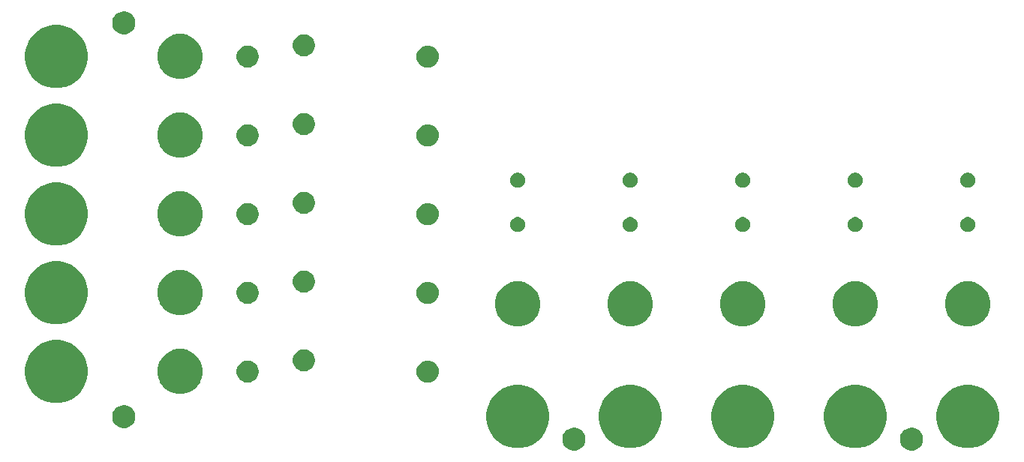
<source format=gbr>
G04 #@! TF.GenerationSoftware,KiCad,Pcbnew,(5.1.4)-1*
G04 #@! TF.CreationDate,2019-09-01T08:56:02+10:00*
G04 #@! TF.ProjectId,RGB BNC,52474220-424e-4432-9e6b-696361645f70,rev?*
G04 #@! TF.SameCoordinates,Original*
G04 #@! TF.FileFunction,Soldermask,Bot*
G04 #@! TF.FilePolarity,Negative*
%FSLAX46Y46*%
G04 Gerber Fmt 4.6, Leading zero omitted, Abs format (unit mm)*
G04 Created by KiCad (PCBNEW (5.1.4)-1) date 2019-09-01 08:56:02*
%MOMM*%
%LPD*%
G04 APERTURE LIST*
%ADD10C,0.100000*%
G04 APERTURE END LIST*
D10*
G36*
X155319487Y-121938996D02*
G01*
X155556253Y-122037068D01*
X155556255Y-122037069D01*
X155660142Y-122106484D01*
X155769339Y-122179447D01*
X155950553Y-122360661D01*
X156092932Y-122573747D01*
X156191004Y-122810513D01*
X156241000Y-123061861D01*
X156241000Y-123318139D01*
X156191004Y-123569487D01*
X156147435Y-123674671D01*
X156092931Y-123806255D01*
X155950553Y-124019339D01*
X155769339Y-124200553D01*
X155556255Y-124342931D01*
X155556254Y-124342932D01*
X155556253Y-124342932D01*
X155319487Y-124441004D01*
X155068139Y-124491000D01*
X154811861Y-124491000D01*
X154560513Y-124441004D01*
X154323747Y-124342932D01*
X154323746Y-124342932D01*
X154323745Y-124342931D01*
X154110661Y-124200553D01*
X153929447Y-124019339D01*
X153787069Y-123806255D01*
X153732565Y-123674671D01*
X153688996Y-123569487D01*
X153639000Y-123318139D01*
X153639000Y-123061861D01*
X153688996Y-122810513D01*
X153787068Y-122573747D01*
X153929447Y-122360661D01*
X154110661Y-122179447D01*
X154219858Y-122106484D01*
X154323745Y-122037069D01*
X154323747Y-122037068D01*
X154560513Y-121938996D01*
X154811861Y-121889000D01*
X155068139Y-121889000D01*
X155319487Y-121938996D01*
X155319487Y-121938996D01*
G37*
G36*
X117219487Y-121938996D02*
G01*
X117456253Y-122037068D01*
X117456255Y-122037069D01*
X117560142Y-122106484D01*
X117669339Y-122179447D01*
X117850553Y-122360661D01*
X117992932Y-122573747D01*
X118091004Y-122810513D01*
X118141000Y-123061861D01*
X118141000Y-123318139D01*
X118091004Y-123569487D01*
X118047435Y-123674671D01*
X117992931Y-123806255D01*
X117850553Y-124019339D01*
X117669339Y-124200553D01*
X117456255Y-124342931D01*
X117456254Y-124342932D01*
X117456253Y-124342932D01*
X117219487Y-124441004D01*
X116968139Y-124491000D01*
X116711861Y-124491000D01*
X116460513Y-124441004D01*
X116223747Y-124342932D01*
X116223746Y-124342932D01*
X116223745Y-124342931D01*
X116010661Y-124200553D01*
X115829447Y-124019339D01*
X115687069Y-123806255D01*
X115632565Y-123674671D01*
X115588996Y-123569487D01*
X115539000Y-123318139D01*
X115539000Y-123061861D01*
X115588996Y-122810513D01*
X115687068Y-122573747D01*
X115829447Y-122360661D01*
X116010661Y-122179447D01*
X116119858Y-122106484D01*
X116223745Y-122037069D01*
X116223747Y-122037068D01*
X116460513Y-121938996D01*
X116711861Y-121889000D01*
X116968139Y-121889000D01*
X117219487Y-121938996D01*
X117219487Y-121938996D01*
G37*
G36*
X149625787Y-117235462D02*
G01*
X149665781Y-117252028D01*
X150272029Y-117503144D01*
X150853631Y-117891758D01*
X151348242Y-118386369D01*
X151736856Y-118967971D01*
X151851541Y-119244845D01*
X152004538Y-119614213D01*
X152141000Y-120300256D01*
X152141000Y-120999744D01*
X152004538Y-121685787D01*
X152004537Y-121685789D01*
X151736856Y-122332029D01*
X151348242Y-122913631D01*
X150853631Y-123408242D01*
X150272029Y-123796856D01*
X149815068Y-123986135D01*
X149625787Y-124064538D01*
X148939744Y-124201000D01*
X148240256Y-124201000D01*
X147554213Y-124064538D01*
X147364932Y-123986135D01*
X146907971Y-123796856D01*
X146326369Y-123408242D01*
X145831758Y-122913631D01*
X145443144Y-122332029D01*
X145175463Y-121685789D01*
X145175462Y-121685787D01*
X145039000Y-120999744D01*
X145039000Y-120300256D01*
X145175462Y-119614213D01*
X145328459Y-119244845D01*
X145443144Y-118967971D01*
X145831758Y-118386369D01*
X146326369Y-117891758D01*
X146907971Y-117503144D01*
X147514219Y-117252028D01*
X147554213Y-117235462D01*
X148240256Y-117099000D01*
X148939744Y-117099000D01*
X149625787Y-117235462D01*
X149625787Y-117235462D01*
G37*
G36*
X111525787Y-117235462D02*
G01*
X111565781Y-117252028D01*
X112172029Y-117503144D01*
X112753631Y-117891758D01*
X113248242Y-118386369D01*
X113636856Y-118967971D01*
X113751541Y-119244845D01*
X113904538Y-119614213D01*
X114041000Y-120300256D01*
X114041000Y-120999744D01*
X113904538Y-121685787D01*
X113904537Y-121685789D01*
X113636856Y-122332029D01*
X113248242Y-122913631D01*
X112753631Y-123408242D01*
X112172029Y-123796856D01*
X111715068Y-123986135D01*
X111525787Y-124064538D01*
X110839744Y-124201000D01*
X110140256Y-124201000D01*
X109454213Y-124064538D01*
X109264932Y-123986135D01*
X108807971Y-123796856D01*
X108226369Y-123408242D01*
X107731758Y-122913631D01*
X107343144Y-122332029D01*
X107075463Y-121685789D01*
X107075462Y-121685787D01*
X106939000Y-120999744D01*
X106939000Y-120300256D01*
X107075462Y-119614213D01*
X107228459Y-119244845D01*
X107343144Y-118967971D01*
X107731758Y-118386369D01*
X108226369Y-117891758D01*
X108807971Y-117503144D01*
X109414219Y-117252028D01*
X109454213Y-117235462D01*
X110140256Y-117099000D01*
X110839744Y-117099000D01*
X111525787Y-117235462D01*
X111525787Y-117235462D01*
G37*
G36*
X136925787Y-117235462D02*
G01*
X136965781Y-117252028D01*
X137572029Y-117503144D01*
X138153631Y-117891758D01*
X138648242Y-118386369D01*
X139036856Y-118967971D01*
X139151541Y-119244845D01*
X139304538Y-119614213D01*
X139441000Y-120300256D01*
X139441000Y-120999744D01*
X139304538Y-121685787D01*
X139304537Y-121685789D01*
X139036856Y-122332029D01*
X138648242Y-122913631D01*
X138153631Y-123408242D01*
X137572029Y-123796856D01*
X137115068Y-123986135D01*
X136925787Y-124064538D01*
X136239744Y-124201000D01*
X135540256Y-124201000D01*
X134854213Y-124064538D01*
X134664932Y-123986135D01*
X134207971Y-123796856D01*
X133626369Y-123408242D01*
X133131758Y-122913631D01*
X132743144Y-122332029D01*
X132475463Y-121685789D01*
X132475462Y-121685787D01*
X132339000Y-120999744D01*
X132339000Y-120300256D01*
X132475462Y-119614213D01*
X132628459Y-119244845D01*
X132743144Y-118967971D01*
X133131758Y-118386369D01*
X133626369Y-117891758D01*
X134207971Y-117503144D01*
X134814219Y-117252028D01*
X134854213Y-117235462D01*
X135540256Y-117099000D01*
X136239744Y-117099000D01*
X136925787Y-117235462D01*
X136925787Y-117235462D01*
G37*
G36*
X162325787Y-117235462D02*
G01*
X162365781Y-117252028D01*
X162972029Y-117503144D01*
X163553631Y-117891758D01*
X164048242Y-118386369D01*
X164436856Y-118967971D01*
X164551541Y-119244845D01*
X164704538Y-119614213D01*
X164841000Y-120300256D01*
X164841000Y-120999744D01*
X164704538Y-121685787D01*
X164704537Y-121685789D01*
X164436856Y-122332029D01*
X164048242Y-122913631D01*
X163553631Y-123408242D01*
X162972029Y-123796856D01*
X162515068Y-123986135D01*
X162325787Y-124064538D01*
X161639744Y-124201000D01*
X160940256Y-124201000D01*
X160254213Y-124064538D01*
X160064932Y-123986135D01*
X159607971Y-123796856D01*
X159026369Y-123408242D01*
X158531758Y-122913631D01*
X158143144Y-122332029D01*
X157875463Y-121685789D01*
X157875462Y-121685787D01*
X157739000Y-120999744D01*
X157739000Y-120300256D01*
X157875462Y-119614213D01*
X158028459Y-119244845D01*
X158143144Y-118967971D01*
X158531758Y-118386369D01*
X159026369Y-117891758D01*
X159607971Y-117503144D01*
X160214219Y-117252028D01*
X160254213Y-117235462D01*
X160940256Y-117099000D01*
X161639744Y-117099000D01*
X162325787Y-117235462D01*
X162325787Y-117235462D01*
G37*
G36*
X124225787Y-117235462D02*
G01*
X124265781Y-117252028D01*
X124872029Y-117503144D01*
X125453631Y-117891758D01*
X125948242Y-118386369D01*
X126336856Y-118967971D01*
X126451541Y-119244845D01*
X126604538Y-119614213D01*
X126741000Y-120300256D01*
X126741000Y-120999744D01*
X126604538Y-121685787D01*
X126604537Y-121685789D01*
X126336856Y-122332029D01*
X125948242Y-122913631D01*
X125453631Y-123408242D01*
X124872029Y-123796856D01*
X124415068Y-123986135D01*
X124225787Y-124064538D01*
X123539744Y-124201000D01*
X122840256Y-124201000D01*
X122154213Y-124064538D01*
X121964932Y-123986135D01*
X121507971Y-123796856D01*
X120926369Y-123408242D01*
X120431758Y-122913631D01*
X120043144Y-122332029D01*
X119775463Y-121685789D01*
X119775462Y-121685787D01*
X119639000Y-120999744D01*
X119639000Y-120300256D01*
X119775462Y-119614213D01*
X119928459Y-119244845D01*
X120043144Y-118967971D01*
X120431758Y-118386369D01*
X120926369Y-117891758D01*
X121507971Y-117503144D01*
X122114219Y-117252028D01*
X122154213Y-117235462D01*
X122840256Y-117099000D01*
X123539744Y-117099000D01*
X124225787Y-117235462D01*
X124225787Y-117235462D01*
G37*
G36*
X66419487Y-119398996D02*
G01*
X66656253Y-119497068D01*
X66656255Y-119497069D01*
X66831571Y-119614211D01*
X66869339Y-119639447D01*
X67050553Y-119820661D01*
X67192932Y-120033747D01*
X67291004Y-120270513D01*
X67341000Y-120521861D01*
X67341000Y-120778139D01*
X67291004Y-121029487D01*
X67282643Y-121049671D01*
X67192931Y-121266255D01*
X67050553Y-121479339D01*
X66869339Y-121660553D01*
X66656255Y-121802931D01*
X66656254Y-121802932D01*
X66656253Y-121802932D01*
X66419487Y-121901004D01*
X66168139Y-121951000D01*
X65911861Y-121951000D01*
X65660513Y-121901004D01*
X65423747Y-121802932D01*
X65423746Y-121802932D01*
X65423745Y-121802931D01*
X65210661Y-121660553D01*
X65029447Y-121479339D01*
X64887069Y-121266255D01*
X64797357Y-121049671D01*
X64788996Y-121029487D01*
X64739000Y-120778139D01*
X64739000Y-120521861D01*
X64788996Y-120270513D01*
X64887068Y-120033747D01*
X65029447Y-119820661D01*
X65210661Y-119639447D01*
X65248429Y-119614211D01*
X65423745Y-119497069D01*
X65423747Y-119497068D01*
X65660513Y-119398996D01*
X65911861Y-119349000D01*
X66168139Y-119349000D01*
X66419487Y-119398996D01*
X66419487Y-119398996D01*
G37*
G36*
X59455787Y-112155462D02*
G01*
X59455790Y-112155463D01*
X59455789Y-112155463D01*
X60102029Y-112423144D01*
X60683631Y-112811758D01*
X61178242Y-113306369D01*
X61566856Y-113887971D01*
X61681541Y-114164845D01*
X61834538Y-114534213D01*
X61971000Y-115220256D01*
X61971000Y-115919744D01*
X61834538Y-116605787D01*
X61804369Y-116678622D01*
X61566856Y-117252029D01*
X61178242Y-117833631D01*
X60683631Y-118328242D01*
X60102029Y-118716856D01*
X60023400Y-118749425D01*
X59455787Y-118984538D01*
X58769744Y-119121000D01*
X58070256Y-119121000D01*
X57384213Y-118984538D01*
X56816600Y-118749425D01*
X56737971Y-118716856D01*
X56156369Y-118328242D01*
X55661758Y-117833631D01*
X55273144Y-117252029D01*
X55035631Y-116678622D01*
X55005462Y-116605787D01*
X54869000Y-115919744D01*
X54869000Y-115220256D01*
X55005462Y-114534213D01*
X55158459Y-114164845D01*
X55273144Y-113887971D01*
X55661758Y-113306369D01*
X56156369Y-112811758D01*
X56737971Y-112423144D01*
X57384211Y-112155463D01*
X57384210Y-112155463D01*
X57384213Y-112155462D01*
X58070256Y-112019000D01*
X58769744Y-112019000D01*
X59455787Y-112155462D01*
X59455787Y-112155462D01*
G37*
G36*
X73134098Y-113117033D02*
G01*
X73591199Y-113306370D01*
X73598352Y-113309333D01*
X74016168Y-113588509D01*
X74371491Y-113943832D01*
X74542493Y-114199755D01*
X74650668Y-114361650D01*
X74842967Y-114825902D01*
X74941000Y-115318747D01*
X74941000Y-115821253D01*
X74842967Y-116314098D01*
X74691976Y-116678623D01*
X74650667Y-116778352D01*
X74371491Y-117196168D01*
X74016168Y-117551491D01*
X73598352Y-117830667D01*
X73598351Y-117830668D01*
X73598350Y-117830668D01*
X73134098Y-118022967D01*
X72641253Y-118121000D01*
X72138747Y-118121000D01*
X71645902Y-118022967D01*
X71181650Y-117830668D01*
X71181649Y-117830668D01*
X71181648Y-117830667D01*
X70763832Y-117551491D01*
X70408509Y-117196168D01*
X70129333Y-116778352D01*
X70088024Y-116678623D01*
X69937033Y-116314098D01*
X69839000Y-115821253D01*
X69839000Y-115318747D01*
X69937033Y-114825902D01*
X70129332Y-114361650D01*
X70237507Y-114199755D01*
X70408509Y-113943832D01*
X70763832Y-113588509D01*
X71181648Y-113309333D01*
X71188801Y-113306370D01*
X71645902Y-113117033D01*
X72138747Y-113019000D01*
X72641253Y-113019000D01*
X73134098Y-113117033D01*
X73134098Y-113117033D01*
G37*
G36*
X100575239Y-114337101D02*
G01*
X100811053Y-114408634D01*
X101028381Y-114524799D01*
X101218871Y-114681129D01*
X101375201Y-114871619D01*
X101491366Y-115088947D01*
X101562899Y-115324761D01*
X101587053Y-115570000D01*
X101562899Y-115815239D01*
X101491366Y-116051053D01*
X101375201Y-116268381D01*
X101218871Y-116458871D01*
X101028381Y-116615201D01*
X100811053Y-116731366D01*
X100575239Y-116802899D01*
X100391457Y-116821000D01*
X100268543Y-116821000D01*
X100084761Y-116802899D01*
X99848947Y-116731366D01*
X99631619Y-116615201D01*
X99441129Y-116458871D01*
X99284799Y-116268381D01*
X99168634Y-116051053D01*
X99097101Y-115815239D01*
X99072947Y-115570000D01*
X99097101Y-115324761D01*
X99168634Y-115088947D01*
X99284799Y-114871619D01*
X99441129Y-114681129D01*
X99631619Y-114524799D01*
X99848947Y-114408634D01*
X100084761Y-114337101D01*
X100268543Y-114319000D01*
X100391457Y-114319000D01*
X100575239Y-114337101D01*
X100575239Y-114337101D01*
G37*
G36*
X80374903Y-114367075D02*
G01*
X80510433Y-114423213D01*
X80602571Y-114461378D01*
X80807466Y-114598285D01*
X80981715Y-114772534D01*
X81118622Y-114977429D01*
X81212925Y-115205097D01*
X81261000Y-115446787D01*
X81261000Y-115693213D01*
X81212925Y-115934903D01*
X81118622Y-116162571D01*
X80981715Y-116367466D01*
X80807466Y-116541715D01*
X80602571Y-116678622D01*
X80602570Y-116678623D01*
X80602569Y-116678623D01*
X80374903Y-116772925D01*
X80133214Y-116821000D01*
X79886786Y-116821000D01*
X79645097Y-116772925D01*
X79417431Y-116678623D01*
X79417430Y-116678623D01*
X79417429Y-116678622D01*
X79212534Y-116541715D01*
X79038285Y-116367466D01*
X78901378Y-116162571D01*
X78807075Y-115934903D01*
X78759000Y-115693213D01*
X78759000Y-115446787D01*
X78807075Y-115205097D01*
X78901378Y-114977429D01*
X79038285Y-114772534D01*
X79212534Y-114598285D01*
X79417429Y-114461378D01*
X79509568Y-114423213D01*
X79645097Y-114367075D01*
X79886786Y-114319000D01*
X80133214Y-114319000D01*
X80374903Y-114367075D01*
X80374903Y-114367075D01*
G37*
G36*
X86621727Y-113076552D02*
G01*
X86724903Y-113097075D01*
X86952571Y-113191378D01*
X87157466Y-113328285D01*
X87331715Y-113502534D01*
X87443228Y-113669425D01*
X87468623Y-113707431D01*
X87562925Y-113935097D01*
X87611000Y-114176786D01*
X87611000Y-114423214D01*
X87562925Y-114664903D01*
X87468622Y-114892571D01*
X87331715Y-115097466D01*
X87157466Y-115271715D01*
X86952571Y-115408622D01*
X86952570Y-115408623D01*
X86952569Y-115408623D01*
X86724903Y-115502925D01*
X86483214Y-115551000D01*
X86236786Y-115551000D01*
X85995097Y-115502925D01*
X85767431Y-115408623D01*
X85767430Y-115408623D01*
X85767429Y-115408622D01*
X85562534Y-115271715D01*
X85388285Y-115097466D01*
X85251378Y-114892571D01*
X85157075Y-114664903D01*
X85109000Y-114423214D01*
X85109000Y-114176786D01*
X85157075Y-113935097D01*
X85251377Y-113707431D01*
X85276772Y-113669425D01*
X85388285Y-113502534D01*
X85562534Y-113328285D01*
X85767429Y-113191378D01*
X85995097Y-113097075D01*
X86098273Y-113076552D01*
X86236786Y-113049000D01*
X86483214Y-113049000D01*
X86621727Y-113076552D01*
X86621727Y-113076552D01*
G37*
G36*
X111234098Y-105497033D02*
G01*
X111698350Y-105689332D01*
X111698352Y-105689333D01*
X112116168Y-105968509D01*
X112471491Y-106323832D01*
X112750667Y-106741648D01*
X112750668Y-106741650D01*
X112942967Y-107205902D01*
X113041000Y-107698747D01*
X113041000Y-108201253D01*
X112942967Y-108694098D01*
X112761182Y-109132966D01*
X112750667Y-109158352D01*
X112471491Y-109576168D01*
X112116168Y-109931491D01*
X111698352Y-110210667D01*
X111698351Y-110210668D01*
X111698350Y-110210668D01*
X111234098Y-110402967D01*
X110741253Y-110501000D01*
X110238747Y-110501000D01*
X109745902Y-110402967D01*
X109281650Y-110210668D01*
X109281649Y-110210668D01*
X109281648Y-110210667D01*
X108863832Y-109931491D01*
X108508509Y-109576168D01*
X108229333Y-109158352D01*
X108218818Y-109132966D01*
X108037033Y-108694098D01*
X107939000Y-108201253D01*
X107939000Y-107698747D01*
X108037033Y-107205902D01*
X108229332Y-106741650D01*
X108229333Y-106741648D01*
X108508509Y-106323832D01*
X108863832Y-105968509D01*
X109281648Y-105689333D01*
X109281650Y-105689332D01*
X109745902Y-105497033D01*
X110238747Y-105399000D01*
X110741253Y-105399000D01*
X111234098Y-105497033D01*
X111234098Y-105497033D01*
G37*
G36*
X136634098Y-105497033D02*
G01*
X137098350Y-105689332D01*
X137098352Y-105689333D01*
X137516168Y-105968509D01*
X137871491Y-106323832D01*
X138150667Y-106741648D01*
X138150668Y-106741650D01*
X138342967Y-107205902D01*
X138441000Y-107698747D01*
X138441000Y-108201253D01*
X138342967Y-108694098D01*
X138161182Y-109132966D01*
X138150667Y-109158352D01*
X137871491Y-109576168D01*
X137516168Y-109931491D01*
X137098352Y-110210667D01*
X137098351Y-110210668D01*
X137098350Y-110210668D01*
X136634098Y-110402967D01*
X136141253Y-110501000D01*
X135638747Y-110501000D01*
X135145902Y-110402967D01*
X134681650Y-110210668D01*
X134681649Y-110210668D01*
X134681648Y-110210667D01*
X134263832Y-109931491D01*
X133908509Y-109576168D01*
X133629333Y-109158352D01*
X133618818Y-109132966D01*
X133437033Y-108694098D01*
X133339000Y-108201253D01*
X133339000Y-107698747D01*
X133437033Y-107205902D01*
X133629332Y-106741650D01*
X133629333Y-106741648D01*
X133908509Y-106323832D01*
X134263832Y-105968509D01*
X134681648Y-105689333D01*
X134681650Y-105689332D01*
X135145902Y-105497033D01*
X135638747Y-105399000D01*
X136141253Y-105399000D01*
X136634098Y-105497033D01*
X136634098Y-105497033D01*
G37*
G36*
X123934098Y-105497033D02*
G01*
X124398350Y-105689332D01*
X124398352Y-105689333D01*
X124816168Y-105968509D01*
X125171491Y-106323832D01*
X125450667Y-106741648D01*
X125450668Y-106741650D01*
X125642967Y-107205902D01*
X125741000Y-107698747D01*
X125741000Y-108201253D01*
X125642967Y-108694098D01*
X125461182Y-109132966D01*
X125450667Y-109158352D01*
X125171491Y-109576168D01*
X124816168Y-109931491D01*
X124398352Y-110210667D01*
X124398351Y-110210668D01*
X124398350Y-110210668D01*
X123934098Y-110402967D01*
X123441253Y-110501000D01*
X122938747Y-110501000D01*
X122445902Y-110402967D01*
X121981650Y-110210668D01*
X121981649Y-110210668D01*
X121981648Y-110210667D01*
X121563832Y-109931491D01*
X121208509Y-109576168D01*
X120929333Y-109158352D01*
X120918818Y-109132966D01*
X120737033Y-108694098D01*
X120639000Y-108201253D01*
X120639000Y-107698747D01*
X120737033Y-107205902D01*
X120929332Y-106741650D01*
X120929333Y-106741648D01*
X121208509Y-106323832D01*
X121563832Y-105968509D01*
X121981648Y-105689333D01*
X121981650Y-105689332D01*
X122445902Y-105497033D01*
X122938747Y-105399000D01*
X123441253Y-105399000D01*
X123934098Y-105497033D01*
X123934098Y-105497033D01*
G37*
G36*
X162034098Y-105497033D02*
G01*
X162498350Y-105689332D01*
X162498352Y-105689333D01*
X162916168Y-105968509D01*
X163271491Y-106323832D01*
X163550667Y-106741648D01*
X163550668Y-106741650D01*
X163742967Y-107205902D01*
X163841000Y-107698747D01*
X163841000Y-108201253D01*
X163742967Y-108694098D01*
X163561182Y-109132966D01*
X163550667Y-109158352D01*
X163271491Y-109576168D01*
X162916168Y-109931491D01*
X162498352Y-110210667D01*
X162498351Y-110210668D01*
X162498350Y-110210668D01*
X162034098Y-110402967D01*
X161541253Y-110501000D01*
X161038747Y-110501000D01*
X160545902Y-110402967D01*
X160081650Y-110210668D01*
X160081649Y-110210668D01*
X160081648Y-110210667D01*
X159663832Y-109931491D01*
X159308509Y-109576168D01*
X159029333Y-109158352D01*
X159018818Y-109132966D01*
X158837033Y-108694098D01*
X158739000Y-108201253D01*
X158739000Y-107698747D01*
X158837033Y-107205902D01*
X159029332Y-106741650D01*
X159029333Y-106741648D01*
X159308509Y-106323832D01*
X159663832Y-105968509D01*
X160081648Y-105689333D01*
X160081650Y-105689332D01*
X160545902Y-105497033D01*
X161038747Y-105399000D01*
X161541253Y-105399000D01*
X162034098Y-105497033D01*
X162034098Y-105497033D01*
G37*
G36*
X149334098Y-105497033D02*
G01*
X149798350Y-105689332D01*
X149798352Y-105689333D01*
X150216168Y-105968509D01*
X150571491Y-106323832D01*
X150850667Y-106741648D01*
X150850668Y-106741650D01*
X151042967Y-107205902D01*
X151141000Y-107698747D01*
X151141000Y-108201253D01*
X151042967Y-108694098D01*
X150861182Y-109132966D01*
X150850667Y-109158352D01*
X150571491Y-109576168D01*
X150216168Y-109931491D01*
X149798352Y-110210667D01*
X149798351Y-110210668D01*
X149798350Y-110210668D01*
X149334098Y-110402967D01*
X148841253Y-110501000D01*
X148338747Y-110501000D01*
X147845902Y-110402967D01*
X147381650Y-110210668D01*
X147381649Y-110210668D01*
X147381648Y-110210667D01*
X146963832Y-109931491D01*
X146608509Y-109576168D01*
X146329333Y-109158352D01*
X146318818Y-109132966D01*
X146137033Y-108694098D01*
X146039000Y-108201253D01*
X146039000Y-107698747D01*
X146137033Y-107205902D01*
X146329332Y-106741650D01*
X146329333Y-106741648D01*
X146608509Y-106323832D01*
X146963832Y-105968509D01*
X147381648Y-105689333D01*
X147381650Y-105689332D01*
X147845902Y-105497033D01*
X148338747Y-105399000D01*
X148841253Y-105399000D01*
X149334098Y-105497033D01*
X149334098Y-105497033D01*
G37*
G36*
X59455787Y-103265462D02*
G01*
X59455790Y-103265463D01*
X59455789Y-103265463D01*
X60102029Y-103533144D01*
X60683631Y-103921758D01*
X61178242Y-104416369D01*
X61566856Y-104997971D01*
X61681541Y-105274845D01*
X61834538Y-105644213D01*
X61971000Y-106330256D01*
X61971000Y-107029744D01*
X61834538Y-107715787D01*
X61826012Y-107736371D01*
X61566856Y-108362029D01*
X61178242Y-108943631D01*
X60683631Y-109438242D01*
X60102029Y-109826856D01*
X59645068Y-110016135D01*
X59455787Y-110094538D01*
X58769744Y-110231000D01*
X58070256Y-110231000D01*
X57384213Y-110094538D01*
X57194932Y-110016135D01*
X56737971Y-109826856D01*
X56156369Y-109438242D01*
X55661758Y-108943631D01*
X55273144Y-108362029D01*
X55013988Y-107736371D01*
X55005462Y-107715787D01*
X54869000Y-107029744D01*
X54869000Y-106330256D01*
X55005462Y-105644213D01*
X55158459Y-105274845D01*
X55273144Y-104997971D01*
X55661758Y-104416369D01*
X56156369Y-103921758D01*
X56737971Y-103533144D01*
X57384211Y-103265463D01*
X57384210Y-103265463D01*
X57384213Y-103265462D01*
X58070256Y-103129000D01*
X58769744Y-103129000D01*
X59455787Y-103265462D01*
X59455787Y-103265462D01*
G37*
G36*
X73134098Y-104227033D02*
G01*
X73591199Y-104416370D01*
X73598352Y-104419333D01*
X74016168Y-104698509D01*
X74371491Y-105053832D01*
X74542493Y-105309755D01*
X74650668Y-105471650D01*
X74842967Y-105935902D01*
X74941000Y-106428747D01*
X74941000Y-106931253D01*
X74842967Y-107424098D01*
X74691976Y-107788623D01*
X74650667Y-107888352D01*
X74371491Y-108306168D01*
X74016168Y-108661491D01*
X73598352Y-108940667D01*
X73598351Y-108940668D01*
X73598350Y-108940668D01*
X73134098Y-109132967D01*
X72641253Y-109231000D01*
X72138747Y-109231000D01*
X71645902Y-109132967D01*
X71181650Y-108940668D01*
X71181649Y-108940668D01*
X71181648Y-108940667D01*
X70763832Y-108661491D01*
X70408509Y-108306168D01*
X70129333Y-107888352D01*
X70088024Y-107788623D01*
X69937033Y-107424098D01*
X69839000Y-106931253D01*
X69839000Y-106428747D01*
X69937033Y-105935902D01*
X70129332Y-105471650D01*
X70237507Y-105309755D01*
X70408509Y-105053832D01*
X70763832Y-104698509D01*
X71181648Y-104419333D01*
X71188801Y-104416370D01*
X71645902Y-104227033D01*
X72138747Y-104129000D01*
X72641253Y-104129000D01*
X73134098Y-104227033D01*
X73134098Y-104227033D01*
G37*
G36*
X100575239Y-105447101D02*
G01*
X100811053Y-105518634D01*
X101028381Y-105634799D01*
X101218871Y-105791129D01*
X101375201Y-105981619D01*
X101491366Y-106198947D01*
X101562899Y-106434761D01*
X101587053Y-106680000D01*
X101562899Y-106925239D01*
X101491366Y-107161053D01*
X101375201Y-107378381D01*
X101218871Y-107568871D01*
X101028381Y-107725201D01*
X100811053Y-107841366D01*
X100575239Y-107912899D01*
X100391457Y-107931000D01*
X100268543Y-107931000D01*
X100084761Y-107912899D01*
X99848947Y-107841366D01*
X99631619Y-107725201D01*
X99441129Y-107568871D01*
X99284799Y-107378381D01*
X99168634Y-107161053D01*
X99097101Y-106925239D01*
X99072947Y-106680000D01*
X99097101Y-106434761D01*
X99168634Y-106198947D01*
X99284799Y-105981619D01*
X99441129Y-105791129D01*
X99631619Y-105634799D01*
X99848947Y-105518634D01*
X100084761Y-105447101D01*
X100268543Y-105429000D01*
X100391457Y-105429000D01*
X100575239Y-105447101D01*
X100575239Y-105447101D01*
G37*
G36*
X80374903Y-105477075D02*
G01*
X80510433Y-105533213D01*
X80602571Y-105571378D01*
X80807466Y-105708285D01*
X80981715Y-105882534D01*
X81118622Y-106087429D01*
X81118623Y-106087431D01*
X81212925Y-106315097D01*
X81261000Y-106556786D01*
X81261000Y-106803214D01*
X81215941Y-107029743D01*
X81212925Y-107044903D01*
X81118622Y-107272571D01*
X80981715Y-107477466D01*
X80807466Y-107651715D01*
X80602571Y-107788622D01*
X80602570Y-107788623D01*
X80602569Y-107788623D01*
X80374903Y-107882925D01*
X80133214Y-107931000D01*
X79886786Y-107931000D01*
X79645097Y-107882925D01*
X79417431Y-107788623D01*
X79417430Y-107788623D01*
X79417429Y-107788622D01*
X79212534Y-107651715D01*
X79038285Y-107477466D01*
X78901378Y-107272571D01*
X78807075Y-107044903D01*
X78804059Y-107029743D01*
X78759000Y-106803214D01*
X78759000Y-106556786D01*
X78807075Y-106315097D01*
X78901377Y-106087431D01*
X78901378Y-106087429D01*
X79038285Y-105882534D01*
X79212534Y-105708285D01*
X79417429Y-105571378D01*
X79509568Y-105533213D01*
X79645097Y-105477075D01*
X79886786Y-105429000D01*
X80133214Y-105429000D01*
X80374903Y-105477075D01*
X80374903Y-105477075D01*
G37*
G36*
X86621727Y-104186552D02*
G01*
X86724903Y-104207075D01*
X86952571Y-104301378D01*
X87157466Y-104438285D01*
X87331715Y-104612534D01*
X87443228Y-104779425D01*
X87468623Y-104817431D01*
X87562925Y-105045097D01*
X87611000Y-105286786D01*
X87611000Y-105533214D01*
X87562925Y-105774903D01*
X87468622Y-106002571D01*
X87331715Y-106207466D01*
X87157466Y-106381715D01*
X86952571Y-106518622D01*
X86952570Y-106518623D01*
X86952569Y-106518623D01*
X86724903Y-106612925D01*
X86483214Y-106661000D01*
X86236786Y-106661000D01*
X85995097Y-106612925D01*
X85767431Y-106518623D01*
X85767430Y-106518623D01*
X85767429Y-106518622D01*
X85562534Y-106381715D01*
X85388285Y-106207466D01*
X85251378Y-106002571D01*
X85157075Y-105774903D01*
X85109000Y-105533214D01*
X85109000Y-105286786D01*
X85157075Y-105045097D01*
X85251377Y-104817431D01*
X85276772Y-104779425D01*
X85388285Y-104612534D01*
X85562534Y-104438285D01*
X85767429Y-104301378D01*
X85995097Y-104207075D01*
X86098273Y-104186552D01*
X86236786Y-104159000D01*
X86483214Y-104159000D01*
X86621727Y-104186552D01*
X86621727Y-104186552D01*
G37*
G36*
X59455787Y-94375462D02*
G01*
X59645068Y-94453865D01*
X60102029Y-94643144D01*
X60683631Y-95031758D01*
X61178242Y-95526369D01*
X61566856Y-96107971D01*
X61681541Y-96384845D01*
X61834538Y-96754213D01*
X61971000Y-97440256D01*
X61971000Y-98139744D01*
X61834538Y-98825787D01*
X61805378Y-98896185D01*
X61566856Y-99472029D01*
X61178242Y-100053631D01*
X60683631Y-100548242D01*
X60102029Y-100936856D01*
X59645068Y-101126135D01*
X59455787Y-101204538D01*
X58769744Y-101341000D01*
X58070256Y-101341000D01*
X57384213Y-101204538D01*
X57194932Y-101126135D01*
X56737971Y-100936856D01*
X56156369Y-100548242D01*
X55661758Y-100053631D01*
X55273144Y-99472029D01*
X55034622Y-98896185D01*
X55005462Y-98825787D01*
X54869000Y-98139744D01*
X54869000Y-97440256D01*
X55005462Y-96754213D01*
X55158459Y-96384845D01*
X55273144Y-96107971D01*
X55661758Y-95526369D01*
X56156369Y-95031758D01*
X56737971Y-94643144D01*
X57194932Y-94453865D01*
X57384213Y-94375462D01*
X58070256Y-94239000D01*
X58769744Y-94239000D01*
X59455787Y-94375462D01*
X59455787Y-94375462D01*
G37*
G36*
X73134098Y-95337033D02*
G01*
X73591199Y-95526370D01*
X73598352Y-95529333D01*
X74016168Y-95808509D01*
X74371491Y-96163832D01*
X74542493Y-96419755D01*
X74650668Y-96581650D01*
X74842967Y-97045902D01*
X74941000Y-97538747D01*
X74941000Y-98041253D01*
X74842967Y-98534098D01*
X74691976Y-98898623D01*
X74650667Y-98998352D01*
X74371491Y-99416168D01*
X74016168Y-99771491D01*
X73598352Y-100050667D01*
X73598351Y-100050668D01*
X73598350Y-100050668D01*
X73134098Y-100242967D01*
X72641253Y-100341000D01*
X72138747Y-100341000D01*
X71645902Y-100242967D01*
X71181650Y-100050668D01*
X71181649Y-100050668D01*
X71181648Y-100050667D01*
X70763832Y-99771491D01*
X70408509Y-99416168D01*
X70129333Y-98998352D01*
X70088024Y-98898623D01*
X69937033Y-98534098D01*
X69839000Y-98041253D01*
X69839000Y-97538747D01*
X69937033Y-97045902D01*
X70129332Y-96581650D01*
X70237507Y-96419755D01*
X70408509Y-96163832D01*
X70763832Y-95808509D01*
X71181648Y-95529333D01*
X71188801Y-95526370D01*
X71645902Y-95337033D01*
X72138747Y-95239000D01*
X72641253Y-95239000D01*
X73134098Y-95337033D01*
X73134098Y-95337033D01*
G37*
G36*
X136138228Y-98161703D02*
G01*
X136293100Y-98225853D01*
X136432481Y-98318985D01*
X136551015Y-98437519D01*
X136644147Y-98576900D01*
X136708297Y-98731772D01*
X136741000Y-98896184D01*
X136741000Y-99063816D01*
X136708297Y-99228228D01*
X136644147Y-99383100D01*
X136551015Y-99522481D01*
X136432481Y-99641015D01*
X136293100Y-99734147D01*
X136138228Y-99798297D01*
X135973816Y-99831000D01*
X135806184Y-99831000D01*
X135641772Y-99798297D01*
X135486900Y-99734147D01*
X135347519Y-99641015D01*
X135228985Y-99522481D01*
X135135853Y-99383100D01*
X135071703Y-99228228D01*
X135039000Y-99063816D01*
X135039000Y-98896184D01*
X135071703Y-98731772D01*
X135135853Y-98576900D01*
X135228985Y-98437519D01*
X135347519Y-98318985D01*
X135486900Y-98225853D01*
X135641772Y-98161703D01*
X135806184Y-98129000D01*
X135973816Y-98129000D01*
X136138228Y-98161703D01*
X136138228Y-98161703D01*
G37*
G36*
X110738228Y-98161703D02*
G01*
X110893100Y-98225853D01*
X111032481Y-98318985D01*
X111151015Y-98437519D01*
X111244147Y-98576900D01*
X111308297Y-98731772D01*
X111341000Y-98896184D01*
X111341000Y-99063816D01*
X111308297Y-99228228D01*
X111244147Y-99383100D01*
X111151015Y-99522481D01*
X111032481Y-99641015D01*
X110893100Y-99734147D01*
X110738228Y-99798297D01*
X110573816Y-99831000D01*
X110406184Y-99831000D01*
X110241772Y-99798297D01*
X110086900Y-99734147D01*
X109947519Y-99641015D01*
X109828985Y-99522481D01*
X109735853Y-99383100D01*
X109671703Y-99228228D01*
X109639000Y-99063816D01*
X109639000Y-98896184D01*
X109671703Y-98731772D01*
X109735853Y-98576900D01*
X109828985Y-98437519D01*
X109947519Y-98318985D01*
X110086900Y-98225853D01*
X110241772Y-98161703D01*
X110406184Y-98129000D01*
X110573816Y-98129000D01*
X110738228Y-98161703D01*
X110738228Y-98161703D01*
G37*
G36*
X161538228Y-98161703D02*
G01*
X161693100Y-98225853D01*
X161832481Y-98318985D01*
X161951015Y-98437519D01*
X162044147Y-98576900D01*
X162108297Y-98731772D01*
X162141000Y-98896184D01*
X162141000Y-99063816D01*
X162108297Y-99228228D01*
X162044147Y-99383100D01*
X161951015Y-99522481D01*
X161832481Y-99641015D01*
X161693100Y-99734147D01*
X161538228Y-99798297D01*
X161373816Y-99831000D01*
X161206184Y-99831000D01*
X161041772Y-99798297D01*
X160886900Y-99734147D01*
X160747519Y-99641015D01*
X160628985Y-99522481D01*
X160535853Y-99383100D01*
X160471703Y-99228228D01*
X160439000Y-99063816D01*
X160439000Y-98896184D01*
X160471703Y-98731772D01*
X160535853Y-98576900D01*
X160628985Y-98437519D01*
X160747519Y-98318985D01*
X160886900Y-98225853D01*
X161041772Y-98161703D01*
X161206184Y-98129000D01*
X161373816Y-98129000D01*
X161538228Y-98161703D01*
X161538228Y-98161703D01*
G37*
G36*
X123438228Y-98161703D02*
G01*
X123593100Y-98225853D01*
X123732481Y-98318985D01*
X123851015Y-98437519D01*
X123944147Y-98576900D01*
X124008297Y-98731772D01*
X124041000Y-98896184D01*
X124041000Y-99063816D01*
X124008297Y-99228228D01*
X123944147Y-99383100D01*
X123851015Y-99522481D01*
X123732481Y-99641015D01*
X123593100Y-99734147D01*
X123438228Y-99798297D01*
X123273816Y-99831000D01*
X123106184Y-99831000D01*
X122941772Y-99798297D01*
X122786900Y-99734147D01*
X122647519Y-99641015D01*
X122528985Y-99522481D01*
X122435853Y-99383100D01*
X122371703Y-99228228D01*
X122339000Y-99063816D01*
X122339000Y-98896184D01*
X122371703Y-98731772D01*
X122435853Y-98576900D01*
X122528985Y-98437519D01*
X122647519Y-98318985D01*
X122786900Y-98225853D01*
X122941772Y-98161703D01*
X123106184Y-98129000D01*
X123273816Y-98129000D01*
X123438228Y-98161703D01*
X123438228Y-98161703D01*
G37*
G36*
X148838228Y-98161703D02*
G01*
X148993100Y-98225853D01*
X149132481Y-98318985D01*
X149251015Y-98437519D01*
X149344147Y-98576900D01*
X149408297Y-98731772D01*
X149441000Y-98896184D01*
X149441000Y-99063816D01*
X149408297Y-99228228D01*
X149344147Y-99383100D01*
X149251015Y-99522481D01*
X149132481Y-99641015D01*
X148993100Y-99734147D01*
X148838228Y-99798297D01*
X148673816Y-99831000D01*
X148506184Y-99831000D01*
X148341772Y-99798297D01*
X148186900Y-99734147D01*
X148047519Y-99641015D01*
X147928985Y-99522481D01*
X147835853Y-99383100D01*
X147771703Y-99228228D01*
X147739000Y-99063816D01*
X147739000Y-98896184D01*
X147771703Y-98731772D01*
X147835853Y-98576900D01*
X147928985Y-98437519D01*
X148047519Y-98318985D01*
X148186900Y-98225853D01*
X148341772Y-98161703D01*
X148506184Y-98129000D01*
X148673816Y-98129000D01*
X148838228Y-98161703D01*
X148838228Y-98161703D01*
G37*
G36*
X80374903Y-96587075D02*
G01*
X80510433Y-96643213D01*
X80602571Y-96681378D01*
X80807466Y-96818285D01*
X80981715Y-96992534D01*
X81118622Y-97197429D01*
X81212925Y-97425097D01*
X81261000Y-97666787D01*
X81261000Y-97913213D01*
X81212925Y-98154903D01*
X81118622Y-98382571D01*
X80981715Y-98587466D01*
X80807466Y-98761715D01*
X80602571Y-98898622D01*
X80602570Y-98898623D01*
X80602569Y-98898623D01*
X80374903Y-98992925D01*
X80133214Y-99041000D01*
X79886786Y-99041000D01*
X79645097Y-98992925D01*
X79417431Y-98898623D01*
X79417430Y-98898623D01*
X79417429Y-98898622D01*
X79212534Y-98761715D01*
X79038285Y-98587466D01*
X78901378Y-98382571D01*
X78807075Y-98154903D01*
X78759000Y-97913213D01*
X78759000Y-97666787D01*
X78807075Y-97425097D01*
X78901378Y-97197429D01*
X79038285Y-96992534D01*
X79212534Y-96818285D01*
X79417429Y-96681378D01*
X79509568Y-96643213D01*
X79645097Y-96587075D01*
X79886786Y-96539000D01*
X80133214Y-96539000D01*
X80374903Y-96587075D01*
X80374903Y-96587075D01*
G37*
G36*
X100575239Y-96557101D02*
G01*
X100811053Y-96628634D01*
X101028381Y-96744799D01*
X101218871Y-96901129D01*
X101375201Y-97091619D01*
X101491366Y-97308947D01*
X101562899Y-97544761D01*
X101587053Y-97790000D01*
X101562899Y-98035239D01*
X101491366Y-98271053D01*
X101375201Y-98488381D01*
X101218871Y-98678871D01*
X101028381Y-98835201D01*
X100811053Y-98951366D01*
X100575239Y-99022899D01*
X100391457Y-99041000D01*
X100268543Y-99041000D01*
X100084761Y-99022899D01*
X99848947Y-98951366D01*
X99631619Y-98835201D01*
X99441129Y-98678871D01*
X99284799Y-98488381D01*
X99168634Y-98271053D01*
X99097101Y-98035239D01*
X99072947Y-97790000D01*
X99097101Y-97544761D01*
X99168634Y-97308947D01*
X99284799Y-97091619D01*
X99441129Y-96901129D01*
X99631619Y-96744799D01*
X99848947Y-96628634D01*
X100084761Y-96557101D01*
X100268543Y-96539000D01*
X100391457Y-96539000D01*
X100575239Y-96557101D01*
X100575239Y-96557101D01*
G37*
G36*
X86621727Y-95296552D02*
G01*
X86724903Y-95317075D01*
X86952571Y-95411378D01*
X87157466Y-95548285D01*
X87331715Y-95722534D01*
X87443228Y-95889425D01*
X87468623Y-95927431D01*
X87562925Y-96155097D01*
X87611000Y-96396786D01*
X87611000Y-96643214D01*
X87562925Y-96884903D01*
X87468622Y-97112571D01*
X87331715Y-97317466D01*
X87157466Y-97491715D01*
X86952571Y-97628622D01*
X86952570Y-97628623D01*
X86952569Y-97628623D01*
X86724903Y-97722925D01*
X86483214Y-97771000D01*
X86236786Y-97771000D01*
X85995097Y-97722925D01*
X85767431Y-97628623D01*
X85767430Y-97628623D01*
X85767429Y-97628622D01*
X85562534Y-97491715D01*
X85388285Y-97317466D01*
X85251378Y-97112571D01*
X85157075Y-96884903D01*
X85109000Y-96643214D01*
X85109000Y-96396786D01*
X85157075Y-96155097D01*
X85251377Y-95927431D01*
X85276772Y-95889425D01*
X85388285Y-95722534D01*
X85562534Y-95548285D01*
X85767429Y-95411378D01*
X85995097Y-95317075D01*
X86098273Y-95296552D01*
X86236786Y-95269000D01*
X86483214Y-95269000D01*
X86621727Y-95296552D01*
X86621727Y-95296552D01*
G37*
G36*
X123438228Y-93161703D02*
G01*
X123593100Y-93225853D01*
X123732481Y-93318985D01*
X123851015Y-93437519D01*
X123944147Y-93576900D01*
X124008297Y-93731772D01*
X124041000Y-93896184D01*
X124041000Y-94063816D01*
X124008297Y-94228228D01*
X123944147Y-94383100D01*
X123851015Y-94522481D01*
X123732481Y-94641015D01*
X123593100Y-94734147D01*
X123438228Y-94798297D01*
X123273816Y-94831000D01*
X123106184Y-94831000D01*
X122941772Y-94798297D01*
X122786900Y-94734147D01*
X122647519Y-94641015D01*
X122528985Y-94522481D01*
X122435853Y-94383100D01*
X122371703Y-94228228D01*
X122339000Y-94063816D01*
X122339000Y-93896184D01*
X122371703Y-93731772D01*
X122435853Y-93576900D01*
X122528985Y-93437519D01*
X122647519Y-93318985D01*
X122786900Y-93225853D01*
X122941772Y-93161703D01*
X123106184Y-93129000D01*
X123273816Y-93129000D01*
X123438228Y-93161703D01*
X123438228Y-93161703D01*
G37*
G36*
X148838228Y-93161703D02*
G01*
X148993100Y-93225853D01*
X149132481Y-93318985D01*
X149251015Y-93437519D01*
X149344147Y-93576900D01*
X149408297Y-93731772D01*
X149441000Y-93896184D01*
X149441000Y-94063816D01*
X149408297Y-94228228D01*
X149344147Y-94383100D01*
X149251015Y-94522481D01*
X149132481Y-94641015D01*
X148993100Y-94734147D01*
X148838228Y-94798297D01*
X148673816Y-94831000D01*
X148506184Y-94831000D01*
X148341772Y-94798297D01*
X148186900Y-94734147D01*
X148047519Y-94641015D01*
X147928985Y-94522481D01*
X147835853Y-94383100D01*
X147771703Y-94228228D01*
X147739000Y-94063816D01*
X147739000Y-93896184D01*
X147771703Y-93731772D01*
X147835853Y-93576900D01*
X147928985Y-93437519D01*
X148047519Y-93318985D01*
X148186900Y-93225853D01*
X148341772Y-93161703D01*
X148506184Y-93129000D01*
X148673816Y-93129000D01*
X148838228Y-93161703D01*
X148838228Y-93161703D01*
G37*
G36*
X161538228Y-93161703D02*
G01*
X161693100Y-93225853D01*
X161832481Y-93318985D01*
X161951015Y-93437519D01*
X162044147Y-93576900D01*
X162108297Y-93731772D01*
X162141000Y-93896184D01*
X162141000Y-94063816D01*
X162108297Y-94228228D01*
X162044147Y-94383100D01*
X161951015Y-94522481D01*
X161832481Y-94641015D01*
X161693100Y-94734147D01*
X161538228Y-94798297D01*
X161373816Y-94831000D01*
X161206184Y-94831000D01*
X161041772Y-94798297D01*
X160886900Y-94734147D01*
X160747519Y-94641015D01*
X160628985Y-94522481D01*
X160535853Y-94383100D01*
X160471703Y-94228228D01*
X160439000Y-94063816D01*
X160439000Y-93896184D01*
X160471703Y-93731772D01*
X160535853Y-93576900D01*
X160628985Y-93437519D01*
X160747519Y-93318985D01*
X160886900Y-93225853D01*
X161041772Y-93161703D01*
X161206184Y-93129000D01*
X161373816Y-93129000D01*
X161538228Y-93161703D01*
X161538228Y-93161703D01*
G37*
G36*
X136138228Y-93161703D02*
G01*
X136293100Y-93225853D01*
X136432481Y-93318985D01*
X136551015Y-93437519D01*
X136644147Y-93576900D01*
X136708297Y-93731772D01*
X136741000Y-93896184D01*
X136741000Y-94063816D01*
X136708297Y-94228228D01*
X136644147Y-94383100D01*
X136551015Y-94522481D01*
X136432481Y-94641015D01*
X136293100Y-94734147D01*
X136138228Y-94798297D01*
X135973816Y-94831000D01*
X135806184Y-94831000D01*
X135641772Y-94798297D01*
X135486900Y-94734147D01*
X135347519Y-94641015D01*
X135228985Y-94522481D01*
X135135853Y-94383100D01*
X135071703Y-94228228D01*
X135039000Y-94063816D01*
X135039000Y-93896184D01*
X135071703Y-93731772D01*
X135135853Y-93576900D01*
X135228985Y-93437519D01*
X135347519Y-93318985D01*
X135486900Y-93225853D01*
X135641772Y-93161703D01*
X135806184Y-93129000D01*
X135973816Y-93129000D01*
X136138228Y-93161703D01*
X136138228Y-93161703D01*
G37*
G36*
X110738228Y-93161703D02*
G01*
X110893100Y-93225853D01*
X111032481Y-93318985D01*
X111151015Y-93437519D01*
X111244147Y-93576900D01*
X111308297Y-93731772D01*
X111341000Y-93896184D01*
X111341000Y-94063816D01*
X111308297Y-94228228D01*
X111244147Y-94383100D01*
X111151015Y-94522481D01*
X111032481Y-94641015D01*
X110893100Y-94734147D01*
X110738228Y-94798297D01*
X110573816Y-94831000D01*
X110406184Y-94831000D01*
X110241772Y-94798297D01*
X110086900Y-94734147D01*
X109947519Y-94641015D01*
X109828985Y-94522481D01*
X109735853Y-94383100D01*
X109671703Y-94228228D01*
X109639000Y-94063816D01*
X109639000Y-93896184D01*
X109671703Y-93731772D01*
X109735853Y-93576900D01*
X109828985Y-93437519D01*
X109947519Y-93318985D01*
X110086900Y-93225853D01*
X110241772Y-93161703D01*
X110406184Y-93129000D01*
X110573816Y-93129000D01*
X110738228Y-93161703D01*
X110738228Y-93161703D01*
G37*
G36*
X59455787Y-85485462D02*
G01*
X59455790Y-85485463D01*
X59455789Y-85485463D01*
X60102029Y-85753144D01*
X60683631Y-86141758D01*
X61178242Y-86636369D01*
X61566856Y-87217971D01*
X61681541Y-87494845D01*
X61834538Y-87864213D01*
X61971000Y-88550256D01*
X61971000Y-89249744D01*
X61834538Y-89935787D01*
X61804369Y-90008622D01*
X61566856Y-90582029D01*
X61178242Y-91163631D01*
X60683631Y-91658242D01*
X60102029Y-92046856D01*
X59645068Y-92236135D01*
X59455787Y-92314538D01*
X58769744Y-92451000D01*
X58070256Y-92451000D01*
X57384213Y-92314538D01*
X57194932Y-92236135D01*
X56737971Y-92046856D01*
X56156369Y-91658242D01*
X55661758Y-91163631D01*
X55273144Y-90582029D01*
X55035631Y-90008622D01*
X55005462Y-89935787D01*
X54869000Y-89249744D01*
X54869000Y-88550256D01*
X55005462Y-87864213D01*
X55158459Y-87494845D01*
X55273144Y-87217971D01*
X55661758Y-86636369D01*
X56156369Y-86141758D01*
X56737971Y-85753144D01*
X57384211Y-85485463D01*
X57384210Y-85485463D01*
X57384213Y-85485462D01*
X58070256Y-85349000D01*
X58769744Y-85349000D01*
X59455787Y-85485462D01*
X59455787Y-85485462D01*
G37*
G36*
X73134098Y-86447033D02*
G01*
X73591199Y-86636370D01*
X73598352Y-86639333D01*
X74016168Y-86918509D01*
X74371491Y-87273832D01*
X74542493Y-87529755D01*
X74650668Y-87691650D01*
X74842967Y-88155902D01*
X74941000Y-88648747D01*
X74941000Y-89151253D01*
X74842967Y-89644098D01*
X74691976Y-90008623D01*
X74650667Y-90108352D01*
X74371491Y-90526168D01*
X74016168Y-90881491D01*
X73598352Y-91160667D01*
X73598351Y-91160668D01*
X73598350Y-91160668D01*
X73134098Y-91352967D01*
X72641253Y-91451000D01*
X72138747Y-91451000D01*
X71645902Y-91352967D01*
X71181650Y-91160668D01*
X71181649Y-91160668D01*
X71181648Y-91160667D01*
X70763832Y-90881491D01*
X70408509Y-90526168D01*
X70129333Y-90108352D01*
X70088024Y-90008623D01*
X69937033Y-89644098D01*
X69839000Y-89151253D01*
X69839000Y-88648747D01*
X69937033Y-88155902D01*
X70129332Y-87691650D01*
X70237507Y-87529755D01*
X70408509Y-87273832D01*
X70763832Y-86918509D01*
X71181648Y-86639333D01*
X71188801Y-86636370D01*
X71645902Y-86447033D01*
X72138747Y-86349000D01*
X72641253Y-86349000D01*
X73134098Y-86447033D01*
X73134098Y-86447033D01*
G37*
G36*
X80374903Y-87697075D02*
G01*
X80510433Y-87753213D01*
X80602571Y-87791378D01*
X80807466Y-87928285D01*
X80981715Y-88102534D01*
X81118622Y-88307429D01*
X81212925Y-88535097D01*
X81261000Y-88776787D01*
X81261000Y-89023213D01*
X81212925Y-89264903D01*
X81118622Y-89492571D01*
X80981715Y-89697466D01*
X80807466Y-89871715D01*
X80602571Y-90008622D01*
X80602570Y-90008623D01*
X80602569Y-90008623D01*
X80374903Y-90102925D01*
X80133214Y-90151000D01*
X79886786Y-90151000D01*
X79645097Y-90102925D01*
X79417431Y-90008623D01*
X79417430Y-90008623D01*
X79417429Y-90008622D01*
X79212534Y-89871715D01*
X79038285Y-89697466D01*
X78901378Y-89492571D01*
X78807075Y-89264903D01*
X78759000Y-89023213D01*
X78759000Y-88776787D01*
X78807075Y-88535097D01*
X78901378Y-88307429D01*
X79038285Y-88102534D01*
X79212534Y-87928285D01*
X79417429Y-87791378D01*
X79509568Y-87753213D01*
X79645097Y-87697075D01*
X79886786Y-87649000D01*
X80133214Y-87649000D01*
X80374903Y-87697075D01*
X80374903Y-87697075D01*
G37*
G36*
X100575239Y-87667101D02*
G01*
X100811053Y-87738634D01*
X101028381Y-87854799D01*
X101218871Y-88011129D01*
X101375201Y-88201619D01*
X101491366Y-88418947D01*
X101562899Y-88654761D01*
X101587053Y-88900000D01*
X101562899Y-89145239D01*
X101491366Y-89381053D01*
X101375201Y-89598381D01*
X101218871Y-89788871D01*
X101028381Y-89945201D01*
X100811053Y-90061366D01*
X100575239Y-90132899D01*
X100391457Y-90151000D01*
X100268543Y-90151000D01*
X100084761Y-90132899D01*
X99848947Y-90061366D01*
X99631619Y-89945201D01*
X99441129Y-89788871D01*
X99284799Y-89598381D01*
X99168634Y-89381053D01*
X99097101Y-89145239D01*
X99072947Y-88900000D01*
X99097101Y-88654761D01*
X99168634Y-88418947D01*
X99284799Y-88201619D01*
X99441129Y-88011129D01*
X99631619Y-87854799D01*
X99848947Y-87738634D01*
X100084761Y-87667101D01*
X100268543Y-87649000D01*
X100391457Y-87649000D01*
X100575239Y-87667101D01*
X100575239Y-87667101D01*
G37*
G36*
X86621727Y-86406552D02*
G01*
X86724903Y-86427075D01*
X86952571Y-86521378D01*
X87157466Y-86658285D01*
X87331715Y-86832534D01*
X87443228Y-86999425D01*
X87468623Y-87037431D01*
X87562925Y-87265097D01*
X87611000Y-87506786D01*
X87611000Y-87753214D01*
X87562925Y-87994903D01*
X87468622Y-88222571D01*
X87331715Y-88427466D01*
X87157466Y-88601715D01*
X86952571Y-88738622D01*
X86952570Y-88738623D01*
X86952569Y-88738623D01*
X86724903Y-88832925D01*
X86483214Y-88881000D01*
X86236786Y-88881000D01*
X85995097Y-88832925D01*
X85767431Y-88738623D01*
X85767430Y-88738623D01*
X85767429Y-88738622D01*
X85562534Y-88601715D01*
X85388285Y-88427466D01*
X85251378Y-88222571D01*
X85157075Y-87994903D01*
X85109000Y-87753214D01*
X85109000Y-87506786D01*
X85157075Y-87265097D01*
X85251377Y-87037431D01*
X85276772Y-86999425D01*
X85388285Y-86832534D01*
X85562534Y-86658285D01*
X85767429Y-86521378D01*
X85995097Y-86427075D01*
X86098273Y-86406552D01*
X86236786Y-86379000D01*
X86483214Y-86379000D01*
X86621727Y-86406552D01*
X86621727Y-86406552D01*
G37*
G36*
X59455787Y-76595462D02*
G01*
X59455790Y-76595463D01*
X59455789Y-76595463D01*
X60102029Y-76863144D01*
X60683631Y-77251758D01*
X61178242Y-77746369D01*
X61566856Y-78327971D01*
X61681541Y-78604845D01*
X61834538Y-78974213D01*
X61971000Y-79660256D01*
X61971000Y-80359744D01*
X61834538Y-81045787D01*
X61804369Y-81118622D01*
X61566856Y-81692029D01*
X61178242Y-82273631D01*
X60683631Y-82768242D01*
X60102029Y-83156856D01*
X59645068Y-83346135D01*
X59455787Y-83424538D01*
X58769744Y-83561000D01*
X58070256Y-83561000D01*
X57384213Y-83424538D01*
X57194932Y-83346135D01*
X56737971Y-83156856D01*
X56156369Y-82768242D01*
X55661758Y-82273631D01*
X55273144Y-81692029D01*
X55035631Y-81118622D01*
X55005462Y-81045787D01*
X54869000Y-80359744D01*
X54869000Y-79660256D01*
X55005462Y-78974213D01*
X55158459Y-78604845D01*
X55273144Y-78327971D01*
X55661758Y-77746369D01*
X56156369Y-77251758D01*
X56737971Y-76863144D01*
X57384211Y-76595463D01*
X57384210Y-76595463D01*
X57384213Y-76595462D01*
X58070256Y-76459000D01*
X58769744Y-76459000D01*
X59455787Y-76595462D01*
X59455787Y-76595462D01*
G37*
G36*
X73134098Y-77557033D02*
G01*
X73591199Y-77746370D01*
X73598352Y-77749333D01*
X74016168Y-78028509D01*
X74371491Y-78383832D01*
X74542493Y-78639755D01*
X74650668Y-78801650D01*
X74842967Y-79265902D01*
X74941000Y-79758747D01*
X74941000Y-80261253D01*
X74842967Y-80754098D01*
X74691976Y-81118623D01*
X74650667Y-81218352D01*
X74371491Y-81636168D01*
X74016168Y-81991491D01*
X73598352Y-82270667D01*
X73598351Y-82270668D01*
X73598350Y-82270668D01*
X73134098Y-82462967D01*
X72641253Y-82561000D01*
X72138747Y-82561000D01*
X71645902Y-82462967D01*
X71181650Y-82270668D01*
X71181649Y-82270668D01*
X71181648Y-82270667D01*
X70763832Y-81991491D01*
X70408509Y-81636168D01*
X70129333Y-81218352D01*
X70088024Y-81118623D01*
X69937033Y-80754098D01*
X69839000Y-80261253D01*
X69839000Y-79758747D01*
X69937033Y-79265902D01*
X70129332Y-78801650D01*
X70237507Y-78639755D01*
X70408509Y-78383832D01*
X70763832Y-78028509D01*
X71181648Y-77749333D01*
X71188801Y-77746370D01*
X71645902Y-77557033D01*
X72138747Y-77459000D01*
X72641253Y-77459000D01*
X73134098Y-77557033D01*
X73134098Y-77557033D01*
G37*
G36*
X80374903Y-78807075D02*
G01*
X80510433Y-78863213D01*
X80602571Y-78901378D01*
X80807466Y-79038285D01*
X80981715Y-79212534D01*
X81118622Y-79417429D01*
X81212925Y-79645097D01*
X81261000Y-79886787D01*
X81261000Y-80133213D01*
X81212925Y-80374903D01*
X81118622Y-80602571D01*
X80981715Y-80807466D01*
X80807466Y-80981715D01*
X80602571Y-81118622D01*
X80602570Y-81118623D01*
X80602569Y-81118623D01*
X80374903Y-81212925D01*
X80133214Y-81261000D01*
X79886786Y-81261000D01*
X79645097Y-81212925D01*
X79417431Y-81118623D01*
X79417430Y-81118623D01*
X79417429Y-81118622D01*
X79212534Y-80981715D01*
X79038285Y-80807466D01*
X78901378Y-80602571D01*
X78807075Y-80374903D01*
X78759000Y-80133213D01*
X78759000Y-79886787D01*
X78807075Y-79645097D01*
X78901378Y-79417429D01*
X79038285Y-79212534D01*
X79212534Y-79038285D01*
X79417429Y-78901378D01*
X79509568Y-78863213D01*
X79645097Y-78807075D01*
X79886786Y-78759000D01*
X80133214Y-78759000D01*
X80374903Y-78807075D01*
X80374903Y-78807075D01*
G37*
G36*
X100575239Y-78777101D02*
G01*
X100811053Y-78848634D01*
X101028381Y-78964799D01*
X101218871Y-79121129D01*
X101375201Y-79311619D01*
X101491366Y-79528947D01*
X101562899Y-79764761D01*
X101587053Y-80010000D01*
X101562899Y-80255239D01*
X101491366Y-80491053D01*
X101375201Y-80708381D01*
X101218871Y-80898871D01*
X101028381Y-81055201D01*
X100811053Y-81171366D01*
X100575239Y-81242899D01*
X100391457Y-81261000D01*
X100268543Y-81261000D01*
X100084761Y-81242899D01*
X99848947Y-81171366D01*
X99631619Y-81055201D01*
X99441129Y-80898871D01*
X99284799Y-80708381D01*
X99168634Y-80491053D01*
X99097101Y-80255239D01*
X99072947Y-80010000D01*
X99097101Y-79764761D01*
X99168634Y-79528947D01*
X99284799Y-79311619D01*
X99441129Y-79121129D01*
X99631619Y-78964799D01*
X99848947Y-78848634D01*
X100084761Y-78777101D01*
X100268543Y-78759000D01*
X100391457Y-78759000D01*
X100575239Y-78777101D01*
X100575239Y-78777101D01*
G37*
G36*
X86621727Y-77516552D02*
G01*
X86724903Y-77537075D01*
X86952571Y-77631378D01*
X87157466Y-77768285D01*
X87331715Y-77942534D01*
X87443228Y-78109425D01*
X87468623Y-78147431D01*
X87562925Y-78375097D01*
X87611000Y-78616786D01*
X87611000Y-78863214D01*
X87562925Y-79104903D01*
X87468622Y-79332571D01*
X87331715Y-79537466D01*
X87157466Y-79711715D01*
X86952571Y-79848622D01*
X86952570Y-79848623D01*
X86952569Y-79848623D01*
X86724903Y-79942925D01*
X86483214Y-79991000D01*
X86236786Y-79991000D01*
X85995097Y-79942925D01*
X85767431Y-79848623D01*
X85767430Y-79848623D01*
X85767429Y-79848622D01*
X85562534Y-79711715D01*
X85388285Y-79537466D01*
X85251378Y-79332571D01*
X85157075Y-79104903D01*
X85109000Y-78863214D01*
X85109000Y-78616786D01*
X85157075Y-78375097D01*
X85251377Y-78147431D01*
X85276772Y-78109425D01*
X85388285Y-77942534D01*
X85562534Y-77768285D01*
X85767429Y-77631378D01*
X85995097Y-77537075D01*
X86098273Y-77516552D01*
X86236786Y-77489000D01*
X86483214Y-77489000D01*
X86621727Y-77516552D01*
X86621727Y-77516552D01*
G37*
G36*
X66419487Y-74948996D02*
G01*
X66656253Y-75047068D01*
X66656255Y-75047069D01*
X66869339Y-75189447D01*
X67050553Y-75370661D01*
X67192932Y-75583747D01*
X67291004Y-75820513D01*
X67341000Y-76071861D01*
X67341000Y-76328139D01*
X67291004Y-76579487D01*
X67192932Y-76816253D01*
X67192931Y-76816255D01*
X67050553Y-77029339D01*
X66869339Y-77210553D01*
X66656255Y-77352931D01*
X66656254Y-77352932D01*
X66656253Y-77352932D01*
X66419487Y-77451004D01*
X66168139Y-77501000D01*
X65911861Y-77501000D01*
X65660513Y-77451004D01*
X65423747Y-77352932D01*
X65423746Y-77352932D01*
X65423745Y-77352931D01*
X65210661Y-77210553D01*
X65029447Y-77029339D01*
X64887069Y-76816255D01*
X64887068Y-76816253D01*
X64788996Y-76579487D01*
X64739000Y-76328139D01*
X64739000Y-76071861D01*
X64788996Y-75820513D01*
X64887068Y-75583747D01*
X65029447Y-75370661D01*
X65210661Y-75189447D01*
X65423745Y-75047069D01*
X65423747Y-75047068D01*
X65660513Y-74948996D01*
X65911861Y-74899000D01*
X66168139Y-74899000D01*
X66419487Y-74948996D01*
X66419487Y-74948996D01*
G37*
M02*

</source>
